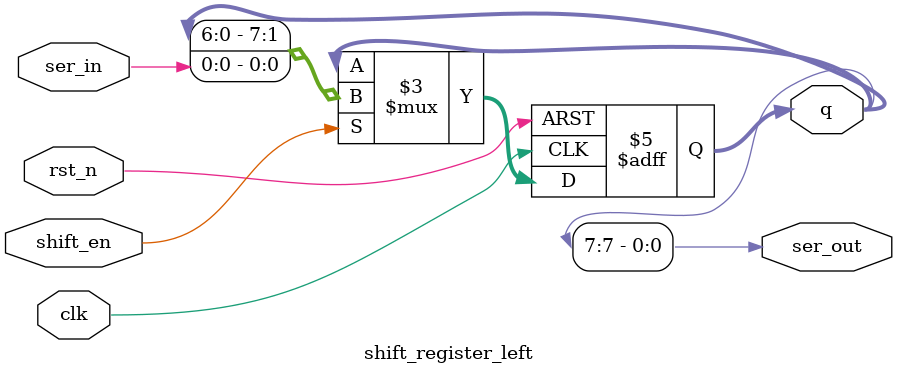
<source format=v>

module shift_register_left(
    input clk,
    input rst_n,
    input shift_en,
    input ser_in,
    output reg [7:0]q,
    output ser_out

);

assign ser_out = q[7];

always @(posedge clk or negedge rst_n) begin
    if(!rst_n)begin
        q <= 8'b00000000;
    end else if(shift_en)begin
        q <= {q[6:0] , ser_in};
end
end

endmodule
    
</source>
